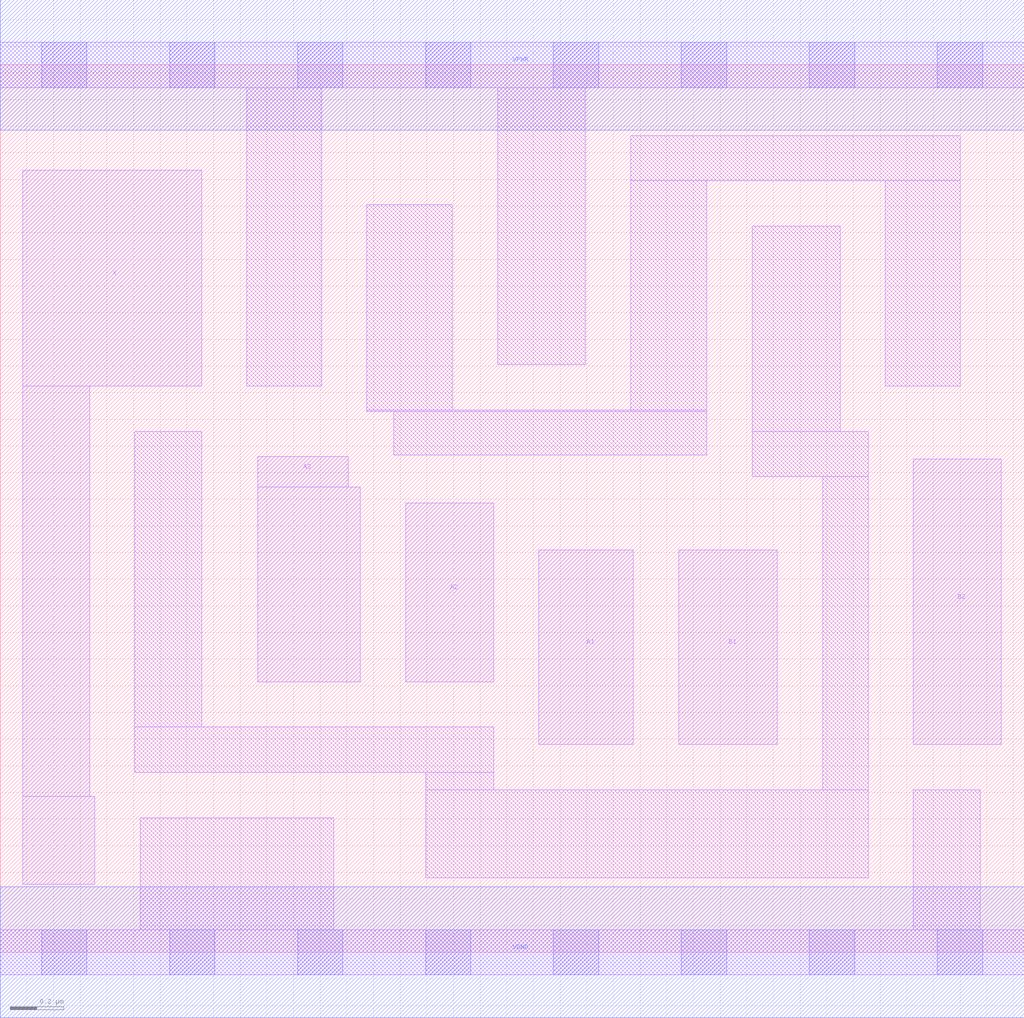
<source format=lef>
# Copyright 2020 The SkyWater PDK Authors
#
# Licensed under the Apache License, Version 2.0 (the "License");
# you may not use this file except in compliance with the License.
# You may obtain a copy of the License at
#
#     https://www.apache.org/licenses/LICENSE-2.0
#
# Unless required by applicable law or agreed to in writing, software
# distributed under the License is distributed on an "AS IS" BASIS,
# WITHOUT WARRANTIES OR CONDITIONS OF ANY KIND, either express or implied.
# See the License for the specific language governing permissions and
# limitations under the License.
#
# SPDX-License-Identifier: Apache-2.0

VERSION 5.7 ;
  NAMESCASESENSITIVE ON ;
  NOWIREEXTENSIONATPIN ON ;
  DIVIDERCHAR "/" ;
  BUSBITCHARS "[]" ;
UNITS
  DATABASE MICRONS 200 ;
END UNITS
MACRO sky130_fd_sc_lp__a32o_0
  CLASS CORE ;
  SOURCE USER ;
  FOREIGN sky130_fd_sc_lp__a32o_0 ;
  ORIGIN  0.000000  0.000000 ;
  SIZE  3.840000 BY  3.330000 ;
  SYMMETRY X Y R90 ;
  SITE unit ;
  PIN A1
    ANTENNAGATEAREA  0.159000 ;
    DIRECTION INPUT ;
    USE SIGNAL ;
    PORT
      LAYER li1 ;
        RECT 2.020000 0.780000 2.375000 1.510000 ;
    END
  END A1
  PIN A2
    ANTENNAGATEAREA  0.159000 ;
    DIRECTION INPUT ;
    USE SIGNAL ;
    PORT
      LAYER li1 ;
        RECT 1.520000 1.015000 1.850000 1.685000 ;
    END
  END A2
  PIN A3
    ANTENNAGATEAREA  0.159000 ;
    DIRECTION INPUT ;
    USE SIGNAL ;
    PORT
      LAYER li1 ;
        RECT 0.965000 1.015000 1.350000 1.745000 ;
        RECT 0.965000 1.745000 1.305000 1.860000 ;
    END
  END A3
  PIN B1
    ANTENNAGATEAREA  0.159000 ;
    DIRECTION INPUT ;
    USE SIGNAL ;
    PORT
      LAYER li1 ;
        RECT 2.545000 0.780000 2.915000 1.510000 ;
    END
  END B1
  PIN B2
    ANTENNAGATEAREA  0.159000 ;
    DIRECTION INPUT ;
    USE SIGNAL ;
    PORT
      LAYER li1 ;
        RECT 3.425000 0.780000 3.755000 1.850000 ;
    END
  END B2
  PIN X
    ANTENNADIFFAREA  0.280900 ;
    DIRECTION OUTPUT ;
    USE SIGNAL ;
    PORT
      LAYER li1 ;
        RECT 0.085000 0.255000 0.355000 0.585000 ;
        RECT 0.085000 0.585000 0.335000 2.125000 ;
        RECT 0.085000 2.125000 0.755000 2.935000 ;
    END
  END X
  PIN VGND
    DIRECTION INOUT ;
    USE GROUND ;
    PORT
      LAYER met1 ;
        RECT 0.000000 -0.245000 3.840000 0.245000 ;
    END
  END VGND
  PIN VPWR
    DIRECTION INOUT ;
    USE POWER ;
    PORT
      LAYER met1 ;
        RECT 0.000000 3.085000 3.840000 3.575000 ;
    END
  END VPWR
  OBS
    LAYER li1 ;
      RECT 0.000000 -0.085000 3.840000 0.085000 ;
      RECT 0.000000  3.245000 3.840000 3.415000 ;
      RECT 0.505000  0.675000 1.850000 0.845000 ;
      RECT 0.505000  0.845000 0.755000 1.955000 ;
      RECT 0.525000  0.085000 1.250000 0.505000 ;
      RECT 0.925000  2.125000 1.205000 3.245000 ;
      RECT 1.375000  2.030000 2.650000 2.035000 ;
      RECT 1.375000  2.035000 1.695000 2.805000 ;
      RECT 1.475000  1.865000 2.650000 2.030000 ;
      RECT 1.595000  0.280000 3.255000 0.610000 ;
      RECT 1.595000  0.610000 1.850000 0.675000 ;
      RECT 1.865000  2.205000 2.195000 3.245000 ;
      RECT 2.365000  2.035000 2.650000 2.895000 ;
      RECT 2.365000  2.895000 3.600000 3.065000 ;
      RECT 2.820000  1.785000 3.255000 1.955000 ;
      RECT 2.820000  1.955000 3.150000 2.725000 ;
      RECT 3.085000  0.610000 3.255000 1.785000 ;
      RECT 3.320000  2.125000 3.600000 2.895000 ;
      RECT 3.425000  0.085000 3.675000 0.610000 ;
    LAYER mcon ;
      RECT 0.155000 -0.085000 0.325000 0.085000 ;
      RECT 0.155000  3.245000 0.325000 3.415000 ;
      RECT 0.635000 -0.085000 0.805000 0.085000 ;
      RECT 0.635000  3.245000 0.805000 3.415000 ;
      RECT 1.115000 -0.085000 1.285000 0.085000 ;
      RECT 1.115000  3.245000 1.285000 3.415000 ;
      RECT 1.595000 -0.085000 1.765000 0.085000 ;
      RECT 1.595000  3.245000 1.765000 3.415000 ;
      RECT 2.075000 -0.085000 2.245000 0.085000 ;
      RECT 2.075000  3.245000 2.245000 3.415000 ;
      RECT 2.555000 -0.085000 2.725000 0.085000 ;
      RECT 2.555000  3.245000 2.725000 3.415000 ;
      RECT 3.035000 -0.085000 3.205000 0.085000 ;
      RECT 3.035000  3.245000 3.205000 3.415000 ;
      RECT 3.515000 -0.085000 3.685000 0.085000 ;
      RECT 3.515000  3.245000 3.685000 3.415000 ;
  END
END sky130_fd_sc_lp__a32o_0
END LIBRARY

</source>
